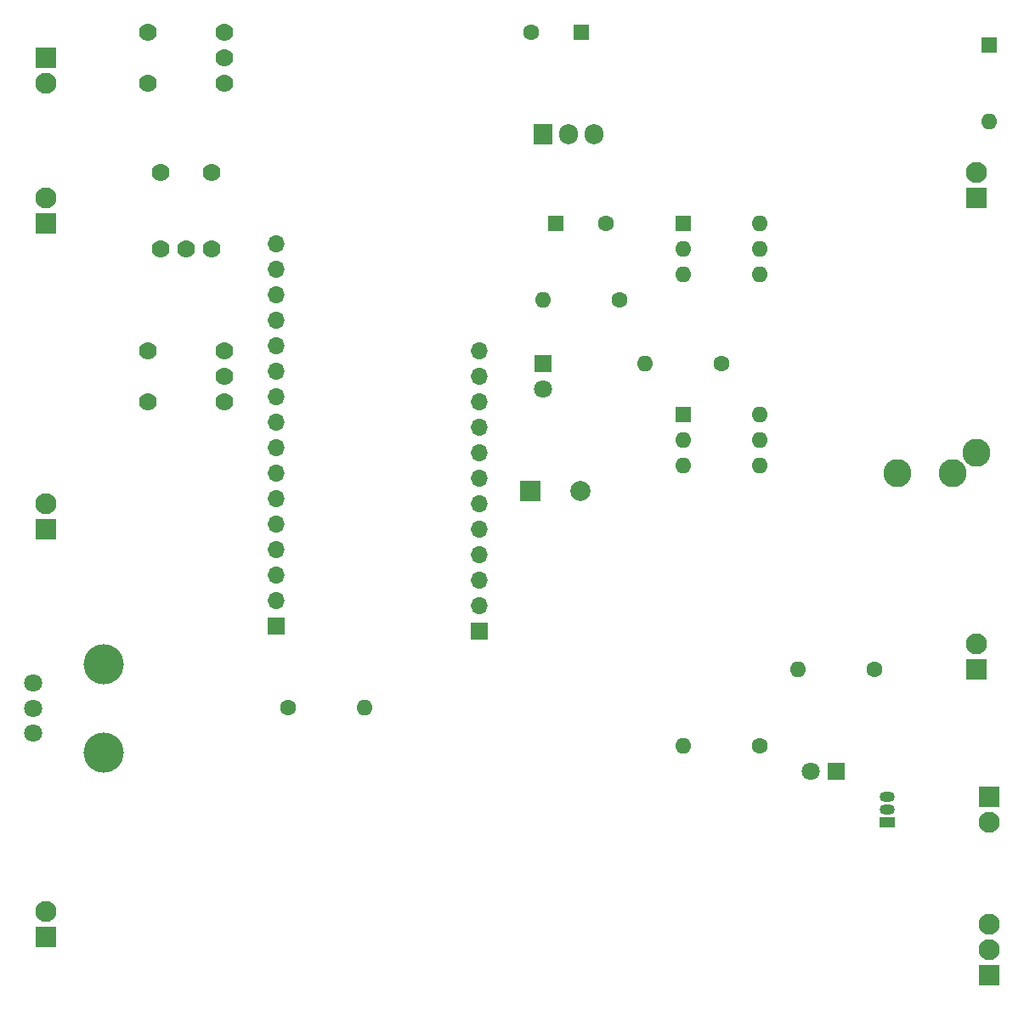
<source format=gbr>
G04 #@! TF.GenerationSoftware,KiCad,Pcbnew,(5.1.4)-1*
G04 #@! TF.CreationDate,2019-12-24T21:54:54-05:00*
G04 #@! TF.ProjectId,CameraTrigger,43616d65-7261-4547-9269-676765722e6b,rev?*
G04 #@! TF.SameCoordinates,Original*
G04 #@! TF.FileFunction,Soldermask,Top*
G04 #@! TF.FilePolarity,Negative*
%FSLAX46Y46*%
G04 Gerber Fmt 4.6, Leading zero omitted, Abs format (unit mm)*
G04 Created by KiCad (PCBNEW (5.1.4)-1) date 2019-12-24 21:54:54*
%MOMM*%
%LPD*%
G04 APERTURE LIST*
%ADD10C,4.000000*%
%ADD11C,1.800000*%
%ADD12O,1.600000X1.600000*%
%ADD13R,1.600000X1.600000*%
%ADD14O,1.905000X2.000000*%
%ADD15R,1.905000X2.000000*%
%ADD16C,1.778000*%
%ADD17C,1.600000*%
%ADD18R,1.500000X1.050000*%
%ADD19O,1.500000X1.050000*%
%ADD20C,2.100000*%
%ADD21R,2.100000X2.100000*%
%ADD22O,1.700000X1.700000*%
%ADD23R,1.700000X1.700000*%
%ADD24C,2.800000*%
%ADD25R,1.800000X1.800000*%
%ADD26C,2.000000*%
%ADD27R,2.000000X2.000000*%
G04 APERTURE END LIST*
D10*
X42560000Y-158110000D03*
X42560000Y-149310000D03*
D11*
X35560000Y-156210000D03*
X35560000Y-153710000D03*
X35560000Y-151210000D03*
D12*
X107950000Y-105410000D03*
X100330000Y-110490000D03*
X107950000Y-107950000D03*
X100330000Y-107950000D03*
X107950000Y-110490000D03*
D13*
X100330000Y-105410000D03*
D12*
X107950000Y-124460000D03*
X100330000Y-129540000D03*
X107950000Y-127000000D03*
X100330000Y-127000000D03*
X107950000Y-129540000D03*
D13*
X100330000Y-124460000D03*
D14*
X91440000Y-96520000D03*
X88900000Y-96520000D03*
D15*
X86360000Y-96520000D03*
D16*
X48260000Y-107950000D03*
X50800000Y-107950000D03*
X53340000Y-107950000D03*
X53340000Y-100330000D03*
X48260000Y-100330000D03*
X54610000Y-123190000D03*
X54610000Y-120650000D03*
X54610000Y-118110000D03*
X46990000Y-118110000D03*
X46990000Y-123190000D03*
X54610000Y-91440000D03*
X54610000Y-88900000D03*
X54610000Y-86360000D03*
X46990000Y-86360000D03*
X46990000Y-91440000D03*
D12*
X130810000Y-95250000D03*
D13*
X130810000Y-87630000D03*
D12*
X86360000Y-113030000D03*
D17*
X93980000Y-113030000D03*
D12*
X68580000Y-153670000D03*
D17*
X60960000Y-153670000D03*
D12*
X111760000Y-149860000D03*
D17*
X119380000Y-149860000D03*
D12*
X96520000Y-119380000D03*
D17*
X104140000Y-119380000D03*
D12*
X100330000Y-157480000D03*
D17*
X107950000Y-157480000D03*
D18*
X120650000Y-165100000D03*
D19*
X120650000Y-162560000D03*
X120650000Y-163830000D03*
D20*
X36830000Y-173990000D03*
D21*
X36830000Y-176530000D03*
D22*
X80010000Y-118110000D03*
X80010000Y-120650000D03*
X80010000Y-123190000D03*
X80010000Y-125730000D03*
X80010000Y-128270000D03*
X80010000Y-130810000D03*
X80010000Y-133350000D03*
X80010000Y-135890000D03*
X80010000Y-138430000D03*
X80010000Y-140970000D03*
X80010000Y-143510000D03*
D23*
X80010000Y-146050000D03*
D22*
X59721569Y-107420000D03*
X59721569Y-109960000D03*
X59721569Y-112500000D03*
X59721569Y-115040000D03*
X59721569Y-117580000D03*
X59721569Y-120120000D03*
X59721569Y-122660000D03*
X59721569Y-125200000D03*
X59721569Y-127740000D03*
X59721569Y-130280000D03*
X59721569Y-132820000D03*
X59721569Y-135360000D03*
X59721569Y-137900000D03*
X59721569Y-140440000D03*
X59721569Y-142980000D03*
D23*
X59721569Y-145520000D03*
D20*
X36830000Y-102870000D03*
D21*
X36830000Y-105410000D03*
D20*
X36830000Y-91440000D03*
D21*
X36830000Y-88900000D03*
D20*
X130810000Y-175260000D03*
X130810000Y-177800000D03*
D21*
X130810000Y-180340000D03*
D20*
X130810000Y-165100000D03*
D21*
X130810000Y-162560000D03*
D20*
X36830000Y-133350000D03*
D21*
X36830000Y-135890000D03*
D20*
X129540000Y-147320000D03*
D21*
X129540000Y-149860000D03*
D24*
X121640000Y-130270000D03*
X127140000Y-130270000D03*
X129540000Y-128270000D03*
D20*
X129540000Y-100330000D03*
D21*
X129540000Y-102870000D03*
D11*
X86360000Y-121920000D03*
D25*
X86360000Y-119380000D03*
D11*
X113030000Y-160020000D03*
D25*
X115570000Y-160020000D03*
D17*
X85170000Y-86360000D03*
D13*
X90170000Y-86360000D03*
D17*
X92630000Y-105410000D03*
D13*
X87630000Y-105410000D03*
D26*
X90090000Y-132080000D03*
D27*
X85090000Y-132080000D03*
M02*

</source>
